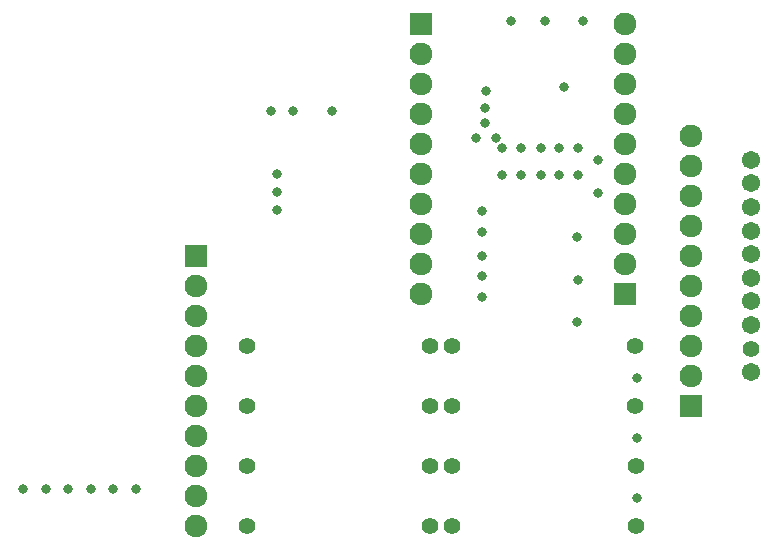
<source format=gbs>
G04*
G04 #@! TF.GenerationSoftware,Altium Limited,Altium Designer,21.3.2 (30)*
G04*
G04 Layer_Color=16711935*
%FSLAX25Y25*%
%MOIN*%
G70*
G04*
G04 #@! TF.SameCoordinates,854D5A4D-7B49-4B2E-BA62-70F088FD304A*
G04*
G04*
G04 #@! TF.FilePolarity,Negative*
G04*
G01*
G75*
%ADD31C,0.06084*%
%ADD32C,0.05524*%
%ADD33C,0.07591*%
%ADD34R,0.07591X0.07591*%
%ADD35C,0.03300*%
D31*
X260000Y134744D02*
D03*
Y126870D02*
D03*
Y118996D02*
D03*
Y111122D02*
D03*
Y103248D02*
D03*
Y95374D02*
D03*
Y87500D02*
D03*
Y79626D02*
D03*
Y63878D02*
D03*
D32*
Y71752D02*
D03*
X221524Y12500D02*
D03*
X160500D02*
D03*
X153024Y72500D02*
D03*
X92000D02*
D03*
X221500D02*
D03*
X160476D02*
D03*
X153024Y52500D02*
D03*
X92000D02*
D03*
X221500D02*
D03*
X160476D02*
D03*
X153024Y32500D02*
D03*
X92000D02*
D03*
X221524D02*
D03*
X160500D02*
D03*
X153024Y12500D02*
D03*
X92000D02*
D03*
D33*
X218000Y180000D02*
D03*
Y170000D02*
D03*
Y160000D02*
D03*
Y150000D02*
D03*
Y140000D02*
D03*
Y130000D02*
D03*
Y120000D02*
D03*
Y110000D02*
D03*
Y100000D02*
D03*
X150000Y90000D02*
D03*
Y100000D02*
D03*
Y110000D02*
D03*
Y120000D02*
D03*
Y130000D02*
D03*
Y140000D02*
D03*
Y150000D02*
D03*
Y160000D02*
D03*
Y170000D02*
D03*
X75000Y12500D02*
D03*
Y22500D02*
D03*
Y32500D02*
D03*
Y42500D02*
D03*
Y52500D02*
D03*
Y62500D02*
D03*
Y72500D02*
D03*
Y82500D02*
D03*
Y92500D02*
D03*
X240000Y142500D02*
D03*
Y132500D02*
D03*
Y122500D02*
D03*
Y112500D02*
D03*
Y102500D02*
D03*
Y92500D02*
D03*
Y82500D02*
D03*
Y72500D02*
D03*
Y62500D02*
D03*
D34*
X218000Y90000D02*
D03*
X150000Y180000D02*
D03*
X75000Y102500D02*
D03*
X240000Y52500D02*
D03*
D35*
X171500Y152000D02*
D03*
X168250Y142100D02*
D03*
X171600Y157500D02*
D03*
X171500Y146900D02*
D03*
X175000Y142000D02*
D03*
X209000Y123500D02*
D03*
Y134500D02*
D03*
X202500Y129500D02*
D03*
Y138500D02*
D03*
X196000D02*
D03*
Y129500D02*
D03*
X190000D02*
D03*
Y138500D02*
D03*
X183500D02*
D03*
Y129500D02*
D03*
X177000D02*
D03*
Y138500D02*
D03*
X197600Y159000D02*
D03*
X204000Y181000D02*
D03*
X191500D02*
D03*
X180000D02*
D03*
X202000Y109100D02*
D03*
X202200Y94800D02*
D03*
X201900Y80600D02*
D03*
X170500Y110500D02*
D03*
Y96000D02*
D03*
Y89000D02*
D03*
Y102500D02*
D03*
Y117500D02*
D03*
X222000Y22000D02*
D03*
Y42000D02*
D03*
Y62000D02*
D03*
X55000Y25000D02*
D03*
X47500D02*
D03*
X40000D02*
D03*
X32500D02*
D03*
X25000D02*
D03*
X17500D02*
D03*
X102000Y118000D02*
D03*
Y124000D02*
D03*
Y130000D02*
D03*
X120500Y151000D02*
D03*
X107500D02*
D03*
X100000D02*
D03*
M02*

</source>
